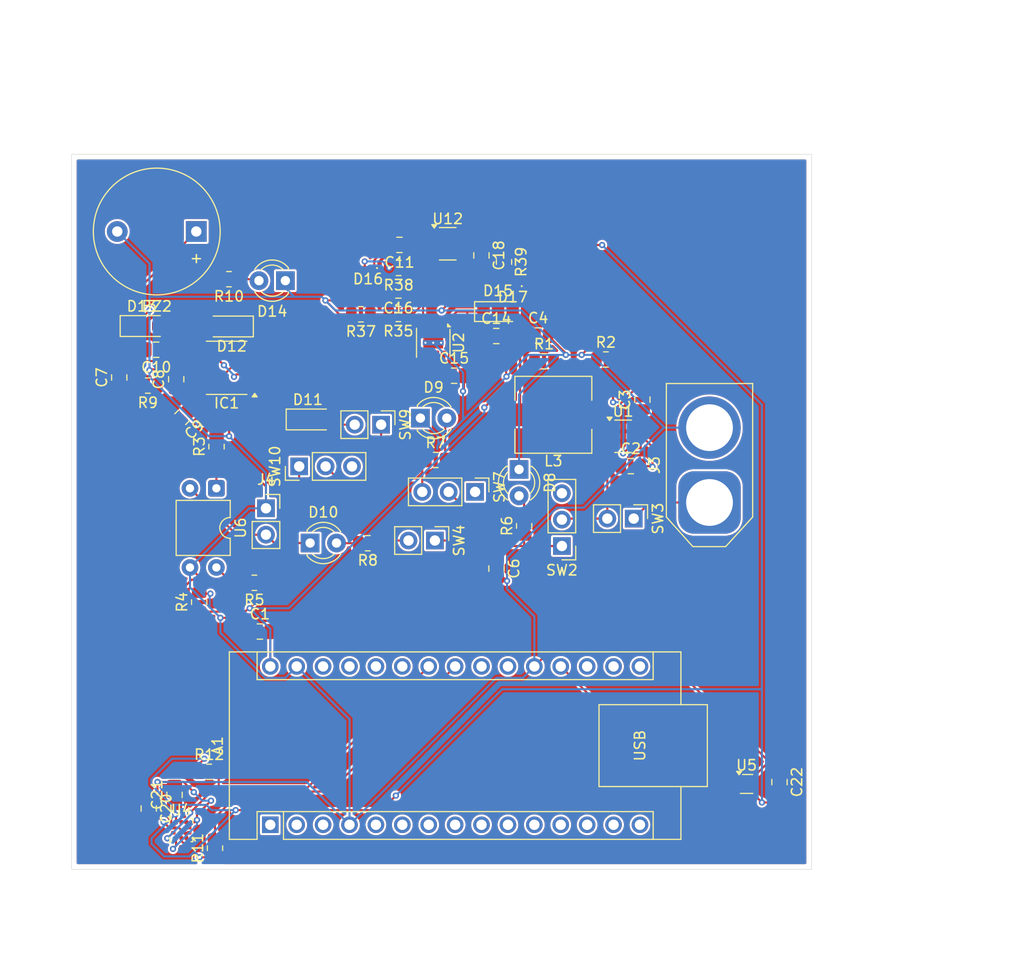
<source format=kicad_pcb>
(kicad_pcb (version 20241229) (generator "pcbnew") (generator_version "9.0")
  (layers (0 "F.Cu" signal) (2 "B.Cu" signal) (13 "F.Paste" user) (15 "B.Paste" user) (5 "F.SilkS" user "F.Silkscreen") (7 "B.SilkS" user "B.Silkscreen") (1 "F.Mask" user) (3 "B.Mask" user) (25 "Edge.Cuts" user))
  (net 0 "")
  (net 1 "BAT-")
  (net 14 "SDA")
  (net 15 "+5V")
  (net 17 "temp_sens")
  (net 28 "SCL")
  (net 29 "Net-(BZ2-+)")
  (net 30 "BAT+")
  (net 31 "Net-(U1-BOOT)")
  (net 32 "Net-(U1-SW)")
  (net 33 "Net-(SW2-A)")
  (net 34 "Net-(IC1-THR)")
  (net 35 "Net-(D11-K)")
  (net 36 "Net-(IC1-CV)")
  (net 37 "Net-(U12-EN)")
  (net 38 "Net-(D15-K)")
  (net 39 "Net-(U2-SS{slash}TR)")
  (net 40 "+3.3V")
  (net 41 "Net-(D8-A)")
  (net 42 "Net-(D9-A)")
  (net 43 "Net-(D10-K)")
  (net 44 "Net-(D10-A)")
  (net 45 "Net-(D11-A)")
  (net 46 "Net-(D12-A)")
  (net 47 "Net-(D14-A)")
  (net 48 "Net-(D16-A)")
  (net 49 "Net-(D17-A)")
  (net 51 "Net-(J3-Pin_1)")
  (net 52 "Net-(U1-FB)")
  (net 53 "Net-(R3-Pad1)")
  (net 54 "Net-(R5-Pad2)")
  (net 55 "Net-(SW10A-B)")
  (net 56 "Net-(SW4A-B)")
  (net 57 "Net-(U2-FB)")
  (footprint "Package_LGA:ST_HLGA-10_2x2mm_P0.5mm_LayoutBorder3x2y" (layer "F.Cu") (at 107.9375 134.4175)
    (property "Reference" "U4")
    (property "Value" "BMP390L")
  )
  (footprint "Diode_SMD:Nexperia_CFP3_SOD-123W" (layer "F.Cu") (at 138.41 84.51)
    (property "Reference" "D15")
    (property "Value" "PMEG6020ER")
  )
  (footprint "Capacitor_SMD:C_0805_2012Metric" (layer "F.Cu") (at 107.2875 131.02 90)
    (property "Reference" "C21")
    (property "Value" "0.1uF")
  )
  (footprint "LED_THT:LED_D3.0mm" (layer "F.Cu") (at 120.33 106.78)
    (property "Reference" "D10")
    (property "Value" "LED")
  )
  (footprint "LED_THT:LED_D3.0mm" (layer "F.Cu") (at 140.43 99.7 -90)
    (property "Reference" "D8")
    (property "Value" "LED")
  )
  (footprint "Resistor_SMD:R_0805_2012Metric" (layer "F.Cu") (at 112.5225 81.39 180)
    (property "Reference" "R10")
    (property "Value" "1k")
  )
  (footprint "Resistor_SMD:R_0805_2012Metric" (layer "F.Cu") (at 140.92 105.1325 90)
    (property "Reference" "R6")
    (property "Value" "2k2")
  )
  (footprint "Capacitor_SMD:C_0805_2012Metric" (layer "F.Cu") (at 107.45 91.02 90)
    (property "Reference" "C8")
    (property "Value" "100n")
  )
  (footprint "Capacitor_SMD:C_0805_2012Metric" (layer "F.Cu") (at 165.48 129.79 -90)
    (property "Reference" "C22")
    (property "Value" "0.1uF")
  )
  (footprint "Connector_PinHeader_2.54mm:PinHeader_1x03_P2.54mm_Vertical" (layer "F.Cu") (at 144.55 107.07 180)
    (property "Reference" "SW2")
    (property "Value" "SW_SPDT")
  )
  (footprint "LED_SMD:LED_0201_0603Metric" (layer "F.Cu") (at 139.83 82.06 180)
    (property "Reference" "D17")
    (property "Value" "LED")
  )
  (footprint "Resistor_SMD:R_0805_2012Metric" (layer "F.Cu") (at 128.8175 84.74 180)
    (property "Reference" "R35")
    (property "Value" "350k")
  )
  (footprint "Capacitor_SMD:C_0805_2012Metric" (layer "F.Cu") (at 138.26 109.24 -90)
    (property "Reference" "C6")
    (property "Value" "1000uF")
  )
  (footprint "Diode_SMD:D_SOD-123F" (layer "F.Cu") (at 104.27 85.9)
    (property "Reference" "D13")
    (property "Value" "1N4007")
  )
  (footprint "Capacitor_SMD:C_0805_2012Metric" (layer "F.Cu") (at 105.53 88.18 180)
    (property "Reference" "C10")
    (property "Value" "100n")
  )
  (footprint "Diode_SMD:D_SOD-123F" (layer "F.Cu") (at 120.24 94.89)
    (property "Reference" "D11")
    (property "Value" "1N4007")
  )
  (footprint "Resistor_SMD:R_0805_2012Metric" (layer "F.Cu") (at 114.97 110.61 180)
    (property "Reference" "R5")
    (property "Value" "R")
  )
  (footprint "LED_THT:LED_D3.0mm" (layer "F.Cu") (at 130.94 94.76)
    (property "Reference" "D9")
    (property "Value" "LED")
  )
  (footprint "Capacitor_SMD:C_0805_2012Metric" (layer "F.Cu") (at 128.8275 82.48 180)
    (property "Reference" "C16")
    (property "Value" "22uF")
  )
  (footprint "Connector_PinSocket_2.54mm:PinSocket_1x02_P2.54mm_Vertical" (layer "F.Cu") (at 116.085 103.44)
    (property "Reference" "J4")
    (property "Value" "Conn_01x02_Pin")
  )
  (footprint "Resistor_SMD:R_0805_2012Metric" (layer "F.Cu") (at 111.33 97.5 90)
    (property "Reference" "R3")
    (property "Value" "1k")
  )
  (footprint "Resistor_SMD:R_0805_2012Metric" (layer "F.Cu") (at 109.66 112.47 90)
    (property "Reference" "R4")
    (property "Value" "R")
  )
  (footprint "Capacitor_SMD:C_0805_2012Metric" (layer "F.Cu") (at 115.5 115.3)
    (property "Reference" "C1")
    (property "Value" "0.1uF")
  )
  (footprint "Resistor_SMD:R_0805_2012Metric" (layer "F.Cu") (at 148.78 89.12)
    (property "Reference" "R2")
    (property "Value" "10k")
  )
  (footprint "Capacitor_SMD:C_0805_2012Metric" (layer "F.Cu") (at 108.02 94.68 -135)
    (property "Reference" "C9")
    (property "Value" "100uF")
  )
  (footprint "Capacitor_SMD:C_0805_2012Metric" (layer "F.Cu") (at 151.18 99.38)
    (property "Reference" "C2")
    (property "Value" "10uF")
  )
  (footprint "Resistor_SMD:R_0805_2012Metric" (layer "F.Cu") (at 132.4125 98.79)
    (property "Reference" "R7")
    (property "Value" "2k2")
  )
  (footprint "Capacitor_SMD:C_0805_2012Metric" (layer "F.Cu") (at 101.97 90.85 90)
    (property "Reference" "C7")
    (property "Value" "100uF")
  )
  (footprint "Inductor_SMD:L_7.3x7.3_H4.5" (layer "F.Cu") (at 143.73 94.44 180)
    (property "Reference" "L3")
    (property "Value" "SLF7055T-6R8N2R8-3PF")
  )
  (footprint "Connector_PinHeader_2.54mm:PinHeader_1x03_P2.54mm_Vertical" (layer "F.Cu") (at 136.2 101.86 -90)
    (property "Reference" "SW7")
    (property "Value" "SW_DPDT_x2")
  )
  (footprint "Package_DIP:DIP-4_W7.62mm" (layer "F.Cu") (at 111.315 101.515 -90)
    (property "Reference" "U6")
    (property "Value" "PC817")
  )
  (footprint "Diode_SMD:D_SOD-123F" (layer "F.Cu") (at 112.66 85.94 180)
    (property "Reference" "D12")
    (property "Value" "1N4007")
  )
  (footprint "Resistor_SMD:R_0805_2012Metric" (layer "F.Cu") (at 125.8775 106.8 180)
    (property "Reference" "R8")
    (property "Value" "470")
  )
  (footprint "Package_TO_SOT_SMD:SOT-23-5" (layer "F.Cu") (at 133.5675 77.98)
    (property "Reference" "U12")
    (property "Value" "AP2112K-3.3")
  )
  (footprint "Resistor_SMD:R_0805_2012Metric" (layer "F.Cu") (at 125.215 84.77 180)
    (property "Reference" "R37")
    (property "Value" "100k")
  )
  (footprint "Resistor_SMD:R_0805_2012Metric" (layer "F.Cu") (at 111.18 136.1525 90)
    (property "Reference" "R11")
    (property "Value" "4k7")
  )
  (footprint "Connector_PinHeader_2.54mm:PinHeader_1x02_P2.54mm_Vertical" (layer "F.Cu") (at 151.46 104.43 -90)
    (property "Reference" "SW3")
    (property "Value" "SW_DPST_x2")
  )
  (footprint "Package_LGA:Texas_SIL0008D_MicroSiP-8-1EP_2.8x3mm_P0.65mm_EP1.1x1.9mm_ThermalVias" (layer "F.Cu") (at 132.175 87.5075 -90)
    (property "Reference" "U2")
    (property "Value" "TPS82130")
  )
  (footprint "Resistor_SMD:R_0805_2012Metric" (layer "F.Cu") (at 138.98 79.7325 -90)
    (property "Reference" "R39")
    (property "Value" "330")
  )
  (footprint "Capacitor_SMD:C_0805_2012Metric" (layer "F.Cu") (at 136.81 79.1 -90)
    (property "Reference" "C18")
    (property "Value" "1u")
  )
  (footprint "Capacitor_SMD:C_0805_2012Metric" (layer "F.Cu") (at 138.24 86.86)
    (property "Reference" "C14")
    (property "Value" "10uF")
  )
  (footprint "Package_SO:SOIC-8_3.9x4.9mm_P1.27mm" (layer "F.Cu") (at 112.3 89.92 180)
    (property "Reference" "IC1")
    (property "Value" "LM555N")
  )
  (footprint "Capacitor_SMD:C_0805_2012Metric" (layer "F.Cu") (at 128.9275 78.09 180)
    (property "Reference" "C11")
    (property "Value" "1uF")
  )
  (footprint "Resistor_SMD:R_0805_2012Metric" (layer "F.Cu") (at 128.8475 80.31 180)
    (property "Reference" "R38")
    (property "Value" "100")
  )
  (footprint "Resistor_SMD:R_0805_2012Metric" (layer "F.Cu") (at 110.6275 128.8)
    (property "Reference" "R12")
    (property "Value" "4k7")
  )
  (footprint "Module:Arduino_Nano" (layer "F.Cu") (at 116.5 133.9 90)
    (property "Reference" "A1")
    (property "Value" "Arduino_Nano_Every")
  )
  (footprint "Package_TO_SOT_SMD:HVSOF5" (layer "F.Cu") (at 162.315 129.97)
    (property "Reference" "U5")
    (property "Value" "BD1020HFV-TR")
  )
  (footprint "Capacitor_SMD:C_0805_2012Metric" (layer "F.Cu") (at 104.8075 132.33 -90)
    (property "Reference" "C20")
    (property "Value" "0.1uF")
  )
  (footprint "Capacitor_SMD:C_0805_2012Metric" (layer "F.Cu") (at 142.27 86.81)
    (property "Reference" "C4")
    (property "Value" "1nF")
  )
  (footprint "LED_THT:LED_D3.0mm" (layer "F.Cu") (at 117.95 81.53 180)
    (property "Reference" "D14")
    (property "Value" "LED")
  )
  (footprint "Package_TO_SOT_SMD:SOT-23-6" (layer "F.Cu") (at 150.4375 96.51)
    (property "Reference" "U1")
    (property "Value" "TPS54308")
  )
  (footprint "Connector_AMASS:AMASS_XT60-F_1x02_P7.20mm_Vertical" (layer "F.Cu") (at 158.75 102.88 90)
    (property "Reference" "J3")
    (property "Value" "Conn_01x02_Pin")
  )
  (footprint "Resistor_SMD:R_0805_2012Metric" (layer "F.Cu") (at 104.7225 91.63 180)
    (property "Reference" "R9")
    (property "Value" "10k")
  )
  (footprint "Connector_PinHeader_2.54mm:PinHeader_1x03_P2.54mm_Vertical" (layer "F.Cu") (at 119.28 99.41 90)
    (property "Reference" "SW10")
    (property "Value" "SW_DPDT_x2")
  )
  (footprint "Capacitor_SMD:C_0805_2012Metric" (layer "F.Cu") (at 152.29 92.98 90)
    (property "Reference" "C3")
    (property "Value" "0.1uF")
  )
  (footprint "LED_SMD:LED_0201_0603Metric" (layer "F.Cu") (at 125.9075 80.32 180)
    (property "Reference" "D16")
    (property "Value" "LED")
  )
  (footprint "Connector_PinHeader_2.54mm:PinHeader_1x02_P2.54mm_Vertical" (layer "F.Cu") (at 127.16 95.39 -90)
    (property "Reference" "SW9")
    (property "Value" "SW_Push")
  )
  (footprint "Connector_PinHeader_2.54mm:PinHeader_1x02_P2.54mm_Vertical" (layer "F.Cu") (at 132.335 106.54 -90)
    (property "Reference" "SW4")
    (property "Value" "SW_DPST_x2")
  )
  (footprint "Resistor_SMD:R_0805_2012Metric" (layer "F.Cu") (at 142.8325 89.29)
    (property "Reference" "R1")
    (property "Value" "52.3k")
  )
  (footprint "Buzzer_Beeper:Buzzer_12x9.5RM7.6" (layer "F.Cu") (at 109.38 76.8 180)
    (property "Reference" "BZ2")
    (property "Value" "Buzzer")
  )
  (footprint "Capacitor_SMD:C_0805_2012Metric" (layer "F.Cu") (at 134.18 90.68)
    (property "Reference" "C15")
    (property "Value" "3.3 nF")
  )
  (gr_rect (start 97.38 69.37) (end 168.56 138.19) (stroke (width 0.05)) (fill no) (layer "Edge.Cuts"))
  (segment (start 126.23 83.435) (end 121.805 83.435) (width 0.2) (layer "F.Cu") (net 1))
  (segment (start 123.14 84.77) (end 121.805 83.435) (width 0.2) (layer "F.Cu") (net 1))
  (segment (start 112.54 96.5) (end 112.54 94.06) (width 0.2) (layer "F.Cu") (net 1))
  (segment (start 152.13 99.38) (end 153.2 99.38) (width 0.2) (layer "F.Cu") (net 1))
  (segment (start 112.54 95.66) (end 111.85 94.97) (width 0.2) (layer "F.Cu") (net 1))
  (segment (start 152.237499 96.51) (end 153.27 97.542501) (width 0.2) (layer "F.Cu") (net 1))
  (segment (start 112.54 94.06) (end 114.775 91.825) (width 0.2) (layer "F.Cu") (net 1))
  (segment (start 136.81 80.05) (end 136.81 80.55) (width 0.2) (layer "F.Cu") (net 1))
  (segment (start 109.45 132.92853) (end 110.799265 131.579265) (width 0.2) (layer "F.Cu") (net 1))
  (segment (start 124.3025 84.77) (end 123.14 84.77) (width 0.2) (layer "F.Cu") (net 1))
  (segment (start 136.81 80.55) (end 137.945 81.685) (width 0.2) (layer "F.Cu") (net 1))
  (segment (start 109.14 130.76) (end 108.16 129.78) (width 0.2) (layer "F.Cu") (net 1))
  (segment (start 131.85 86.445) (end 131.85 87.1825) (width 0.2) (layer "F.Cu") (net 1))
  (segment (start 113.2325 113.9825) (end 114.55 115.3) (width 0.2) (layer "F.Cu") (net 1))
  (segment (start 132.43 77.98) (end 133.092499 77.98) (width 0.2) (layer "F.Cu") (net 1))
  (segment (start 103.721 85.549) (end 104.88 84.39) (width 0.2) (layer "F.Cu") (net 1))
  (segment (start 112.54 96.5) (end 112.54 95.66) (width 0.2) (layer "F.Cu") (net 1))
  (segment (start 135.13 90.68) (end 135.13 92.080029) (width 0.2) (layer "F.Cu") (net 1))
  (segment (start 108.93 110.31) (end 107.65 111.59) (width 0.2) (layer "F.Cu") (net 1))
  (segment (start 126.2275 80.32) (end 126.2275 83.4325) (width 0.2) (layer "F.Cu") (net 1))
  (segment (start 109.66 111.5575) (end 109.66 110.31) (width 0.2) (layer "F.Cu") (net 1))
  (segment (start 141.9 118.66) (end 143.001 117.559) (width 0.2) (layer "F.Cu") (net 1))
  (segment (start 137.945 81.685) (end 138.821 82.561) (width 0.2) (layer "F.Cu") (net 1))
  (segment (start 126.2275 83.4325) (end 126.23 83.435) (width 0.2) (layer "F.Cu") (net 1))
  (segment (start 135.695 81.685) (end 134.505 82.875) (width 0.2) (layer "F.Cu") (net 1))
  (segment (start 137.945 81.685) (end 135.695 81.685) (width 0.2) (layer "F.Cu") (net 1))
  (segment (start 111.85 94.97) (end 111.468249 95.351751) (width 0.2) (layer "F.Cu") (net 1))
  (segment (start 143.22 86.81) (end 144.925 88.515) (width 0.2) (layer "F.Cu") (net 1))
  (segment (start 143.001 117.559) (end 154.199 117.559) (width 0.2) (layer "F.Cu") (net 1))
  (segment (start 133.7415 82.1115) (end 134.505 82.875) (width 0.2) (layer "F.Cu") (net 1))
  (segment (start 107.2875 130.07) (end 105.94 130.07) (width 0.2) (layer "F.Cu") (net 1))
  (segment (start 109.45 133.43) (end 109.45 132.92853) (width 0.2) (layer "F.Cu") (net 1))
  (segment (start 144.925 88.515) (end 144.925 88.675) (width 0.2) (layer "F.Cu") (net 1))
  (segment (start 148.6915 88.119) (end 147.006 88.119) (width 0.2) (layer "F.Cu") (net 1))
  (segment (start 138.821 82.561) (end 139.80887 82.561) (width 0.2) (layer "F.Cu") (net 1))
  (segment (start 147.006 88.119) (end 146.45 88.675) (width 0.2) (layer "F.Cu") (net 1))
  (segment (start 116.085 101.3425) (end 111.33 96.5875) (width 0.2) (layer "F.Cu") (net 1))
  (segment (start 135.13 92.080029) (end 135.040029 92.17) (width 0.2) (layer "F.Cu") (net 1))
  (segment (start 111.7 113.9825) (end 113.2325 113.9825) (width 0.2) (layer "F.Cu") (net 1))
  (segment (start 133.092499 77.98) (end 133.7415 78.629001) (width 0.2) (layer "F.Cu") (net 1))
  (segment (start 140.15 82.21987) (end 140.15 82.06) (width 0.2) (layer "F.Cu") (net 1))
  (segment (start 139.80887 82.561) (end 140.15 82.21987) (width 0.2) (layer "F.Cu") (net 1))
  (segment (start 111.468249 95.351751) (end 107.348249 95.351751) (width 0.2) (layer "F.Cu") (net 1))
  (segment (start 126.9225 83.435) (end 126.5 83.435) (width 0.2) (layer "F.Cu") (net 1))
  (segment (start 103.4 89.36) (end 102.86 89.9) (width 0.2) (layer "F.Cu") (net 1))
  (segment (start 108.16 129.78) (end 105.65 129.78) (width 0.2) (layer "F.Cu") (net 1))
  (segment (start 103.721 89.039) (end 103.721 85.549) (width 0.2) (layer "F.Cu") (net 1))
  (segment (start 109.66 110.31) (end 109.66 110.02) (width 0.2) (layer "F.Cu") (net 1))
  (segment (start 153.27 97.542501) (end 153.27 99.45) (width 0.2) (layer "F.Cu") (net 1))
  (segment (start 108.4375 133.655) (end 109.225 133.655) (width 0.2) (layer "F.Cu") (net 1))
  (segment (start 105.65 129.78) (end 105.65 130.5375) (width 0.2) (layer "F.Cu") (net 1))
  (segment (start 102.86 89.9) (end 101.97 89.9) (width 0.2) (layer "F.Cu") (net 1))
  (segment (start 138.26 110.19) (end 139.03 110.19) (width 0.2) (layer "F.Cu") (net 1))
  (segment (start 104.58 88.18) (end 103.4 89.36) (width 0.2) (layer "F.Cu") (net 1))
  (segment (start 104.96 90.07) (end 104.88 90.15) (width 0.2) (layer "F.Cu") (net 1))
  (segment (start 107.4375 135.18) (end 107.4375 135.9225) (width 0.2) (layer "F.Cu") (net 1))
  (segment (start 107.4375 135.9225) (end 107.14 136.22) (width 0.2) (layer "F.Cu") (net 1))
  (segment (start 109.66 110.02) (end 108.775 109.135) (width 0.2) (layer "F.Cu") (net 1))
  (segment (start 149.6925 89.12) (end 148.6915 88.119) (width 0.2) (layer "F.Cu") (net 1))
  (segment (start 105.94 130.07) (end 105.65 129.78) (width 0.2) (layer "F.Cu") (net 1))
  (segment (start 111.4175 96.5) (end 111.33 96.5875) (width 0.2) (layer "F.Cu") (net 1))
  (segment (start 109.7525 111.65) (end 109.66 111.5575) (width 0.2) (layer "F.Cu") (net 1))
  (segment (start 116.085 103.44) (end 116.085 101.3425) (width 0.2) (layer "F.Cu") (net 1))
  (segment (start 105.65 130.5375) (end 104.8075 131.38) (width 0.2) (layer "F.Cu") (net 1))
  (segment (start 103.4 89.36) (end 103.721 89.039) (width 0.2) (layer "F.Cu") (net 1))
  (segment (start 139.19 90.73) (end 139.220029 90.760029) (width 0.2) (layer "F.Cu") (net 1))
  (segment (start 151.575 96.51) (end 152.237499 96.51) (width 0.2) (layer "F.Cu") (net 1))
  (segment (start 127.9775 78.09) (end 126.5 79.5675) (width 0.2) (layer "F.Cu") (net 1))
  (segment (start 112.54 96.5) (end 111.4175 96.5) (width 0.2) (layer "F.Cu") (net 1))
  (segment (start 153.2 99.38) (end 153.27 99.45) (width 0.2) (layer "F.Cu") (net 1))
  (segment (start 154.199 117.559) (end 164.58 127.94) (width 0.2) (layer "F.Cu") (net 1))
  (segment (start 107.45 90.07) (end 104.96 90.07) (width 0.2) (layer "F.Cu") (net 1))
  (segment (start 134.505 82.875) (end 132.98 84.4) (width 0.2) (layer "F.Cu") (net 1))
  (segment (start 127.8775 82.48) (end 126.9225 83.435) (width 0.2) (layer "F.Cu") (net 1))
  (segment (start 126.5 79.5675) (end 126.5 83.435) (width 0.2) (layer "F.Cu") (net 1))
  (segment (start 133.7415 78.629001) (end 133.7415 82.1115) (width 0.2) (layer "F.Cu") (net 1))
  (segment (start 139.03 110.19) (end 139.27 110.43) (width 0.2) (layer "F.Cu") (net 1))
  (segment (start 109.66 110.31) (end 108.93 110.31) (width 0.2) (layer "F.Cu") (net 1))
  (segment (start 164.58 127.94) (end 165.48 128.84) (width 0.2) (layer "F.Cu") (net 1))
  (segment (start 126.5 83.435) (end 126.23 83.435) (width 0.2) (layer "F.Cu") (net 1))
  (segment (start 110.74 111.65) (end 109.7525 111.65) (width 0.2) (layer "F.Cu") (net 1))
  (segment (start 109.225 133.655) (end 109.45 133.43) (width 0.2) (layer "F.Cu") (net 1))
  (segment (start 164.58 127.94) (end 164.345 127.94) (width 0.2) (layer "F.Cu") (net 1))
  (segment (start 107.9375 133.655) (end 108.4375 133.655) (width 0.2) (layer "F.Cu") (net 1))
  (segment (start 131.85 87.1825) (end 132.175 87.5075) (width 0.2) (layer "F.Cu") (net 1))
  (segment (start 164.345 127.94) (end 162.315 129.97) (width 0.2) (layer "F.Cu") (net 1))
  (segment (start 139.19 86.86) (end 139.19 90.73) (width 0.2) (layer "F.Cu") (net 1))
  (via (at 104.88 90.15) (size 0.6) (drill 0.3) (layers "F.Cu" "B.Cu") (net 1))
  (via (at 111.7 113.9825) (size 0.6) (drill 0.3) (layers "F.Cu" "B.Cu") (net 1))
  (via (at 110.74 111.65) (size 0.6) (drill 0.3) (layers "F.Cu" "B.Cu") (net 1))
  (via (at 109.14 130.76) (size 0.6) (drill 0.3) (layers "F.Cu" "B.Cu") (net 1))
  (via (at 139.220029 90.760029) (size 0.6) (drill 0.3) (layers "F.Cu" "B.Cu") (net 1))
  (via (at 139.27 110.43) (size 0.6) (drill 0.3) (layers "F.Cu" "B.Cu") (net 1))
  (via (at 146.45 88.675) (size 0.6) (drill 0.3) (layers "F.Cu" "B.Cu") (net 1))
  (via (at 110.799265 131.579265) (size 0.6) (drill 0.3) (layers "F.Cu" "B.Cu") (net 1))
  (via (at 135.040029 92.17) (size 0.6) (drill 0.3) (layers "F.Cu" "B.Cu") (net 1))
  (via (at 144.925 88.675) (size 0.6) (drill 0.3) (layers "F.Cu" "B.Cu") (net 1))
  (via (at 153.27 99.45) (size 0.6) (drill 0.3) (layers "F.Cu" "B.Cu") (net 1))
  (via (at 107.14 136.22) (size 0.6) (drill 0.3) (layers "F.Cu" "B.Cu") (net 1))
  (via (at 105.65 129.78) (size 0.6) (drill 0.3) (layers "F.Cu" "B.Cu") (net 1))
  (via (at 132.98 84.4) (size 0.6) (drill 0.3) (layers "F.Cu" "B.Cu") (net 1))
  (via (at 121.805 83.435) (size 0.6) (drill 0.3) (layers "F.Cu" "B.Cu") (net 1))
  (via (at 112.54 96.5) (size 0.6) (drill 0.3) (layers "F.Cu" "B.Cu") (net 1))
  (via (at 109.45 133.43) (size 0.6) (drill 0.3) (layers "F.Cu" "B.Cu") (net 1))
  (via (at 104.88 84.39) (size 0.6) (drill 0.3) (layers "F.Cu" "B.Cu") (net 1))
  (segment (start 104.88 83.08) (end 104.88 79.9) (width 0.2) (layer "B.Cu") (net 1))
  (segment (start 104.88 90.15) (end 104.88 84.39) (width 0.2) (layer "B.Cu") (net 1))
  (segment (start 116.085 103.44) (end 116.085 100.045) (width 0.2) (layer "B.Cu") (net 1))
  (segment (start 116.04395 119.761) (end 111.7 115.41705) (width 0.2) (layer "B.Cu") (net 1))
  (segment (start 144.2 88.675) (end 144.925 88.675) (width 0.2) (layer "B.Cu") (net 1))
  (segment (start 132.660029 96.480029) (end 130.94 94.76) (width 0.2) (layer "B.Cu") (net 1))
  (segment (start 119.04 118.66) (end 117.939 119.761) (width 0.2) (layer "B.Cu") (net 1))
  (segment (start 144.07324 103.379) (end 139.27 108.18224) (width 0.2) (layer "B.Cu") (net 1))
  (segment (start 152.48 97.55) (end 146.651 103.379) (width 0.2) (layer "B.Cu") (net 1))
  (segment (start 147.425 88.675) (end 154.39 95.64) (width 0.2) (layer "B.Cu") (net 1))
  (segment (start 132.56 97.420057) (end 132.660029 97.320029) (width 0.2) (layer "B.Cu") (net 1))
  (segment (start 114.47 103.44) (end 116.085 103.44) (width 0.2) (layer "B.Cu") (net 1))
  (segment (start 111.7 115.41705) (end 111.7 113.9825) (width 0.2) (layer "B.Cu") (net 1))
  (segment (start 120 129.78) (end 105.65 129.78) (width 0.2) (layer "B.Cu") (net 1))
  (segment (start 146.45 88.675) (end 147.425 88.675) (width 0.2) (layer "B.Cu") (net 1))
  (segment (start 121.45 83.08) (end 118.8 83.08) (width 0.2) (layer "B.Cu") (net 1))
  (segment (start 117.939 119.761) (end 116.04395 119.761) (width 0.2) (layer "B.Cu") (net 1))
  (segment (start 139.220029 90.760029) (end 141.305057 88.675) (width 0.2) (layer "B.Cu") (net 1))
  (segment (start 124.12 133.9) (end 120 129.78) (width 0.2) (layer "B.Cu") (net 1))
  (segment (start 138.259 119.761) (end 140.799 119.761) (width 0.2) (layer "B.Cu") (net 1))
  (segment (start 122.77 84.4) (end 121.805 83.435) (width 0.2) (layer "B.Cu") (net 1))
  (segment (start 141.305057 88.675) (end 144.2 88.675) (width 0.2) (layer "B.Cu") (net 1))
  (segment (start 109.45 133.91) (end 109.45 133.43) (width 0.2) (layer "B.Cu") (net 1))
  (segment (start 116.085 100.045) (end 112.54 96.5) (width 0.2) (layer "B.Cu") (net 1))
  (segment (start 135.040029 94.940029) (end 139.220029 90.760029) (width 0.2) (layer "B.Cu") (net 1))
  (segment (start 110.58 96.5) (end 104.88 90.8) (width 0.2) (layer "B.Cu") (net 1))
  (segment (start 139.27 111.2) (end 141.9 113.83) (width 0.2) (layer "B.Cu") (net 1))
  (segment (start 152.48 98.66) (end 153.27 99.45) (width 0.2) (layer "B.Cu") (net 1))
  (segment (start 124.12 123.74) (end 119.04 118.66) (width 0.2) (layer "B.Cu") (net 1))
  (segment (start 139.27 108.18224) (end 139.27 110.43) (width 0.2) (layer "B.Cu") (net 1))
  (segment (start 108.775 111.0575) (end 108.775 109.135) (width 0.2) (layer "B.Cu") (net 1))
  (segment (start 104.88 90.8) (end 104.88 90.15) (width 0.2) (layer "B.Cu") (net 1))
  (segment (start 132.98 84.4) (end 122.77 84.4) (width 0.2) (layer "B.Cu") (net 1))
  (segment (start 135.040029 94.940029) (end 135.040029 90.372529) (width 0.2) (layer "B.Cu") (net 1))
  (segment (start 110.66875 111.72125) (end 110.74 111.65) (width 0.2) (layer "B.Cu") (net 1))
  (segment (start 154.39 95.64) (end 152.48 97.55) (width 0.2) (layer "B.Cu") (net 1))
  (segment (start 117.95 81.53) (end 117.95 82.23) (width 0.2) (layer "B.Cu") (net 1))
  (segment (start 144.2 88.7) (end 140.43 92.47) (width 0.2) (layer "B.Cu") (net 1))
  (segment (start 144.925 88.675) (end 140.65 84.4) (width 0.2) (layer "B.Cu") (net 1))
  (segment (start 108.775 109.135) (end 114.47 103.44) (width 0.2) (layer "B.Cu") (net 1))
  (segment (start 140.799 119.761) (end 141.9 118.66) (width 0.2) (layer "B.Cu") (net 1))
  (segment (start 139.27 110.43) (end 139.27 111.2) (width 0.2) (layer "B.Cu") (net 1))
  (segment (start 112.54 96.5) (end 110.58 96.5) (width 0.2) (layer "B.Cu") (net 1))
  (segment (start 140.65 84.4) (end 132.98 84.4) (width 0.2) (layer "B.Cu") (net 1))
  (segment (start 121.805 83.435) (end 121.45 83.08) (width 0.2) (layer "B.Cu") (net 1))
  (segment (start 135.040029 90.372529) (end 132.175 87.5075) (width 0.2) (layer "B.Cu") (net 1))
  (segment (start 104.88 79.9) (end 101.78 76.8) (width 0.2) (layer "B.Cu") (net 1))
  (segment (start 110.66875 112.95125) (end 110.66875 111.72125) (width 0.2) (layer "B.Cu") (net 1))
  (segment (start 132.660029 97.320029) (end 135.040029 94.940029) (width 0.2) (layer "B.Cu") (net 1))
  (segment (start 124.12 133.9) (end 138.259 119.761) (width 0.2) (layer "B.Cu") (net 1))
  (segment (start 110.799265 131.579265) (end 109.959265 131.579265) (width 0.2) (layer "B.Cu") (net 1))
  (segment (start 117.95 82.23) (end 118.8 83.08) (width 0.2) (layer "B.Cu") (net 1))
  (segment (start 141.9 113.83) (end 141.9 118.66) (width 0.2) (layer "B.Cu") (net 1))
  (segment (start 118.8 83.08) (end 104.88 83.08) (width 0.2) (layer "B.Cu") (net 1))
  (segment (start 111.7 113.9825) (end 110.66875 112.95125) (width 0.2) (layer "B.Cu") (net 1))
  (segment (start 154.43 95.68) (end 154.39 95.64) (width 0.2) (layer "B.Cu") (net 1))
  (segment (start 132.56 97.74) (end 132.56 97.420057) (width 0.2) (layer "B.Cu") (net 1))
  (segment (start 110.66875 112.95125) (end 108.775 111.0575) (width 0.2) (layer "B.Cu") (net 1))
  (segment (start 144.925 88.675) (end 146.45 88.675) (width 0.2) (layer "B.Cu") (net 1))
  (segment (start 152.48 97.55) (end 152.48 98.66) (width 0.2) (layer "B.Cu") (net 1))
  (segment (start 158.75 95.68) (end 154.43 95.68) (width 0.2) (layer "B.Cu") (net 1))
  (segment (start 146.651 103.379) (end 144.07324 103.379) (width 0.2) (layer "B.Cu") (net 1))
  (segment (start 109.959265 131.579265) (end 109.14 130.76) (width 0.2) (layer "B.Cu") (net 1))
  (segment (start 107.14 136.22) (end 109.45 133.91) (width 0.2) (layer "B.Cu") (net 1))
  (segment (start 140.43 92.47) (end 140.43 99.7) (width 0.2) (layer "B.Cu") (net 1))
  (segment (start 124.12 133.9) (end 124.12 123.74) (width 0.2) (layer "B.Cu") (net 1))
  (segment (start 144.2 88.675) (end 144.2 88.7) (width 0.2) (layer "B.Cu") (net 1))
  (segment (start 132.660029 97.320029) (end 132.660029 96.480029) (width 0.2) (layer "B.Cu") (net 1))
  (segment (start 104.88 84.39) (end 104.88 83.08) (width 0.2) (layer "B.Cu") (net 1))
  (segment (start 111.18 135.24) (end 111.18 133.201848) (width 0.2) (layer "F.Cu") (net 14))
  (segment (start 111.18 133.201848) (end 111.300924 133.080924) (width 0.2) (layer "F.Cu") (net 14))
  (segment (start 113.680848 130.701) (end 122.239 130.701) (width 0.2) (layer "F.Cu") (net 14))
  (segment (start 108.186652 135.6935) (end 108.688348 135.6935) (width 0.2) (layer "F.Cu") (net 14))
  (segment (start 108.688348 135.6935) (end 111.300924 133.080924) (width 0.2) (layer "F.Cu") (net 14))
  (segment (start 107.9375 135.18) (end 107.9375 135.444348) (width 0.2) (layer "F.Cu") (net 14))
  (segment (start 122.239 130.701) (end 134.28 118.66) (width 0.2) (layer "F.Cu") (net 14))
  (segment (start 111.300924 133.080924) (end 113.680848 130.701) (width 0.2) (layer "F.Cu") (net 14))
  (segment (start 107.9375 135.444348) (end 108.186652 135.6935) (width 0.2) (layer "F.Cu") (net 14))
  (segment (start 140.53 90.3) (end 137.09 93.74) (width 0.2) (layer "F.Cu") (net 15))
  (segment (start 114.52 113.06) (end 114.41 113.06) (width 0.2) (layer "F.Cu") (net 15))
  (segment (start 141.32 86.81) (end 140.6 86.81) (width 0.2) (layer "F.Cu") (net 15))
  (segment (start 140.53 90.68) (end 140.53 86.88) (width 0.2) (layer "F.Cu") (net 15))
  (segment (start 114.41 113.06) (end 114.0875 113.3825) (width 0.2) (layer "F.Cu") (net 15))
  (segment (start 140.53 86.88) (end 140.53 85.88) (width 0.2) (layer "F.Cu") (net 15))
  (segment (start 140.53 90.68) (end 141.92 89.29) (width 0.2) (layer "F.Cu") (net 15))
  (segment (start 115.8825 111.6975) (end 115.8825 110.61) (width 0.2) (layer "F.Cu") (net 15))
  (segment (start 140.53 85.88) (end 140.53 90.3) (width 0.2) (layer "F.Cu") (net 15))
  (segment (start 140.6 86.81) (end 140.53 86.88) (width 0.2) (layer "F.Cu") (net 15))
  (segment (start 140.53 85.23) (end 139.81 84.51) (width 0.2) (layer "F.Cu") (net 15))
  (segment (start 114.52 113.06) (end 115.8825 111.6975) (width 0.2) (layer "F.Cu") (net 15))
  (segment (start 114.0875 113.3825) (end 109.66 113.3825) (width 0.2) (layer "F.Cu") (net 15))
  (segment (start 116.5 118.66) (end 116.5 115.35) (width 0.2) (layer "F.Cu") (net 15))
  (segment (start 140.53 85.88) (end 140.53 85.23) (width 0.2) (layer "F.Cu") (net 15))
  (segment (start 140.53 94.44) (end 140.53 90.68) (width 0.2) (layer "F.Cu") (net 15))
  (segment (start 116.5 115.35) (end 116.45 115.3) (width 0.2) (layer "F.Cu") (net 15))
  (via (at 114.52 113.06) (size 0.6) (drill 0.3) (layers "F.Cu" "B.Cu") (net 15))
  (via (at 137.09 93.74) (size 0.6) (drill 0.3) (layers "F.Cu" "B.Cu") (net 15))
  (segment (start 137.09 93.74) (end 137.09 94.258471) (width 0.2) (layer "B.Cu") (net 15))
  (segment (start 114.52 113.06) (end 116.5 115.04) (width 0.2) (layer "B.Cu") (net 15))
  (segment (start 116.5 115.04) (end 116.5 118.66) (width 0.2) (layer "B.Cu") (net 15))
  (segment (start 118.288471 113.06) (end 114.52 113.06) (width 0.2) (layer "B.Cu") (net 15))
  (segment (start 137.09 94.258471) (end 118.288471 113.06) (width 0.2) (layer "B.Cu") (net 15))
  (segment (start 161.64 130.47) (end 156.25 130.47) (width 0.2) (layer "F.Cu") (net 17))
  (segment (start 156.25 130.47) (end 144.44 118.66) (width 0.2) (layer "F.Cu") (net 17))
  (segment (start 107.175 134.6675) (end 107.1225 134.6675) (width 0.2) (layer "F.Cu") (net 28))
  (segment (start 111.54 128.8) (end 111.54 130.12) (width 0.2) (layer "F.Cu") (net 28))
  (segment (start 120.1 130.3) (end 131.74 118.66) (width 0.2) (layer "F.Cu") (net 28))
  (segment (start 111.72 130.3) (end 120.1 130.3) (width 0.2) (layer "F.Cu") (net 28))
  (segment (start 111.54 130.12) (end 111.72 130.3) (width 0.2) (layer "F.Cu") (net 28))
  (segment (start 111.23 130.3) (end 111.72 130.3) (width 0.2) (layer "F.Cu") (net 28))
  (segment (start 107.1225 134.6675) (end 106.59 135.2) (width 0.2) (layer "F.Cu") (net 28))
  (segment (start 108.79 132.74) (end 111.23 130.3) (width 0.2) (layer "F.Cu") (net 28))
  (via (at 106.59 135.2) (size 0.6) (drill 0.3) (layers "F.Cu" "B.Cu") (net 28))
  (via (at 108.79 132.74) (size 0.6) (drill 0.3) (layers "F.Cu" "B.Cu") (net 28))
  (segment (start 106.59 135.2) (end 108.79 133) (width 0.2) (layer "B.Cu") (net 28))
  (segment (start 108.79 133) (end 108.79 132.74) (width 0.2) (layer "B.Cu") (net 28))
  (segment (start 109.73 81.39) (end 107.26 78.92) (width 0.2) (layer "F.Cu") (net 29))
  (segment (start 107.26 78.92) (end 109.38 76.8) (width 0.2) (layer "F.Cu") (net 29))
  (segment (start 102.87 85.9) (end 102.87 83.31) (width 0.2) (layer "F.Cu") (net 29))
  (segment (start 102.87 83.31) (end 107.26 78.92) (width 0.2) (layer "F.Cu") (net 29))
  (segment (start 111.61 81.39) (end 109.73 81.39) (width 0.2) (layer "F.Cu") (net 29))
  (segment (start 150.23 99.38) (end 148.92 99.38) (width 0.2) (layer "F.Cu") (net 30))
  (segment (start 148.92 99.38) (end 148.92 104.43) (width 0.2) (layer "F.Cu") (net 30))
  (segment (start 148.92 104.43) (end 144.65 104.43) (width 0.2) (layer "F.Cu") (net 30))
  (segment (start 148.92 97.84) (end 148.92 99.38) (width 0.2) (layer "F.Cu") (net 30))
  (segment (start 149.3 97.46) (end 148.92 97.84) (width 0.2) (layer "F.Cu") (net 30))
  (segment (start 144.65 104.43) (end 144.55 104.53) (width 0.2) (layer "F.Cu") (net 30))
  (segment (start 152.29 94.845) (end 151.575 95.56) (width 0.2) (layer "F.Cu") (net 31))
  (segment (start 152.29 93.93) (end 152.29 94.845) (width 0.2) (layer "F.Cu") (net 31))
  (segment (start 148.637501 96.51) (end 147.86875 95.74125) (width 0.2) (layer "F.Cu") (net 32))
  (segment (start 147.86875 95.74125) (end 147.86875 95.686782) (width 0.2) (layer "F.Cu") (net 32))
  (segment (start 147.86875 95.74125) (end 146.93 94.802499) (width 0.2) (layer "F.Cu") (net 32))
  (segment (start 147.86875 95.686782) (end 151.525532 92.03) (width 0.2) (layer "F.Cu") (net 32))
  (segment (start 146.93 94.802499) (end 146.93 94.44) (width 0.2) (layer "F.Cu") (net 32))
  (segment (start 151.525532 92.03) (end 152.29 92.03) (width 0.2) (layer "F.Cu") (net 32))
  (segment (start 149.3 96.51) (end 148.637501 96.51) (width 0.2) (layer "F.Cu") (net 32))
  (segment (start 138.83 107.03) (end 138.34 106.54) (width 0.2) (layer "F.Cu") (net 33))
  (segment (start 138.83 107.03) (end 138.83 107.72) (width 0.2) (layer "F.Cu") (net 33))
  (segment (start 139.34 107.03) (end 138.83 107.03) (width 0.2) (layer "F.Cu") (net 33))
  (segment (start 140.92 106.045) (end 140.92 106.97) (width 0.2) (layer "F.Cu") (net 33))
  (segment (start 140.92 106.97) (end 141.02 107.07) (width 0.2) (layer "F.Cu") (net 33))
  (segment (start 132.335 106.54) (end 138.34 106.54) (width 0.2) (layer "F.Cu") (net 33))
  (segment (start 141.02 107.07) (end 139.38 107.07) (width 0.2) (layer "F.Cu") (net 33))
  (segment (start 138.34 106.54) (end 133.66 101.86) (width 0.2) (layer "F.Cu") (net 33))
  (segment (start 138.83 107.72) (end 138.26 108.29) (width 0.2) (layer "F.Cu") (net 33))
  (segment (start 144.55 107.07) (end 141.02 107.07) (width 0.2) (layer "F.Cu") (net 33))
  (segment (start 139.38 107.07) (end 139.34 107.03) (width 0.2) (layer "F.Cu") (net 33))
  (segment (start 109.825 89.285) (end 109.809 89.269) (width 0.2) (layer "F.Cu") (net 34))
  (segment (start 102.14 91.63) (end 101.97 91.8) (width 0.2) (layer "F.Cu") (net 34))
  (segment (start 104.501 89.269) (end 101.97 91.8) (width 0.2) (layer "F.Cu") (net 34))
  (segment (start 109.809 89.269) (end 104.501 89.269) (width 0.2) (layer "F.Cu") (net 34))
  (segment (start 112.04 89.67) (end 111.655 89.285) (width 0.2) (layer "F.Cu") (net 34))
  (segment (start 103.81 91.63) (end 102.14 91.63) (width 0.2) (layer "F.Cu") (net 34))
  (segment (start 114.775 90.555) (end 113.245 90.555) (width 0.2) (layer "F.Cu") (net 34))
  (segment (start 111.655 89.285) (end 109.825 89.285) (width 0.2) (layer "F.Cu") (net 34))
  (segment (start 113.245 90.555) (end 113.01 90.79) (width 0.2) (layer "F.Cu") (net 34))
  (via (at 113.01 90.79) (size 0.6) (drill 0.3) (layers "F.Cu" "B.Cu") (net 34))
  (via (at 112.04 89.67) (size 0.6) (drill 0.3) (layers "F.Cu" "B.Cu") (net 34))
  (segment (start 113.01 90.64) (end 112.04 89.67) (width 0.2) (layer "B.Cu") (net 34))
  (segment (start 113.01 90.79) (end 113.01 90.64) (width 0.2) (layer "B.Cu") (net 34))
  (segment (start 118.84 94.89) (end 118.84 89.86) (width 0.2) (layer "F.Cu") (net 35))
  (segment (start 110.799999 91.825) (end 109.825 91.825) (width 0.2) (layer "F.Cu") (net 35))
  (segment (start 111.692499 92.867501) (end 111.692499 90.932499) (width 0.2) (layer "F.Cu") (net 35))
  (segment (start 108.56 93.75) (end 110.73 93.75) (width 0.2) (layer "F.Cu") (net 35))
  (segment (start 109.68 91.97) (end 109.825 91.825) (width 0.2) (layer "F.Cu") (net 35))
  (segment (start 107.11 91.63) (end 107.45 91.97) (width 0.2) (layer "F.Cu") (net 35))
  (segment (start 110.77 93.79) (end 111.692499 92.867501) (width 0.2) (layer "F.Cu") (net 35))
  (segment (start 107.45 91.97) (end 109.68 91.97) (width 0.2) (layer "F.Cu") (net 35))
  (segment (start 116.995 88.015) (end 114.775 88.015) (width 0.2) (layer "F.Cu") (net 35))
  (segment (start 114.92 85.94) (end 116.995 88.015) (width 0.2) (layer "F.Cu") (net 35))
  (segment (start 105.635 91.63) (end 107.11 91.63) (width 0.2) (layer "F.Cu") (net 35))
  (segment (start 111.692499 90.932499) (end 110.799999 91.825) (width 0.2) (layer "F.Cu") (net 35))
  (segment (start 112.738999 89.886) (end 111.692499 90.932499) (width 0.2) (layer "F.Cu") (net 35))
  (segment (start 118.84 89.86) (end 118.814 89.886) (width 0.2) (layer "F.Cu") (net 35))
  (segment (start 110.73 93.75) (end 110.77 93.79) (width 0.2) (layer "F.Cu") (net 35))
  (segment (start 114.06 85.94) (end 114.92 85.94) (width 0.2) (layer "F.Cu") (net 35))
  (segment (start 118.84 89.86) (end 116.995 88.015) (width 0.2) (layer "F.Cu") (net 35))
  (segment (start 118.814 89.886) (end 112.738999 89.886) (width 0.2) (layer "F.Cu") (net 35))
  (segment (start 106.645 88.015) (end 106.48 88.18) (width 0.2) (layer "F.Cu") (net 36))
  (segment (start 109.825 88.015) (end 106.645 88.015) (width 0.2) (layer "F.Cu") (net 36))
  (segment (start 130.3275 81.93) (end 131.2 81.93) (width 0.2) (layer "F.Cu") (net 37))
  (segment (start 131.2 78.23) (end 131.2 77.597501) (width 0.2) (layer "F.Cu") (net 37))
  (segment (start 131.2 80.34) (end 131.2 79.39) (width 0.2) (layer "F.Cu") (net 37))
  (segment (start 131.2 77.597501) (end 131.767501 77.03) (width 0.2) (layer "F.Cu") (net 37))
  (segment (start 129.76 80.31) (end 131.17 80.31) (width 0.2) (layer "F.Cu") (net 37))
  (segment (start 131.2 88.57) (end 130.874 88.244) (width 0.2) (layer "F.Cu") (net 37))
  (segment (start 130.23 84.74) (end 131.2 83.77) (width 0.2) (layer "F.Cu") (net 37))
  (segment (start 131.2 81.93) (end 131.2 80.34) (width 0.2) (layer "F.Cu") (net 37))
  (segment (start 131.17 80.31) (end 131.2 80.34) (width 0.2) (layer "F.Cu") (net 37))
  (segment (start 131.2 86.445) (end 131.2 85.49) (width 0.2) (layer "F.Cu") (net 37))
  (segment (start 129.7775 82.48) (end 130.3275 81.93) (width 0.2) (layer "F.Cu") (net 37))
  (segment (start 129.73 84.74) (end 130.23 84.74) (width 0.2) (layer "F.Cu") (net 37))
  (segment (start 131.1775 79.39) (end 131.2 79.39) (width 0.2) (layer "F.Cu") (net 37))
  (segment (start 129.8775 78.09) (end 131.1775 79.39) (width 0.2) (layer "F.Cu") (net 37))
  (segment (start 131.2 83.77) (end 131.2 81.93) (width 0.2) (layer "F.Cu") (net 37))
  (segment (start 131.2 85.49) (end 131.2 83.77) (width 0.2) (layer "F.Cu") (net 37))
  (segment (start 131.9 78.93) (end 131.2 78.23) (width 0.2) (layer "F.Cu") (net 37))
  (segment (start 132.43 78.93) (end 131.9 78.93) (width 0.2) (layer "F.Cu") (net 37))
  (segment (start 131.767501 77.03) (end 132.43 77.03) (width 0.2) (layer "F.Cu") (net 37))
  (segment (start 130.874 88.244) (end 130.874 85.816) (width 0.2) (layer "F.Cu") (net 37))
  (segment (start 131.2 79.39) (end 131.2 78.23) (width 0.2) (layer "F.Cu") (net 37))
  (segment (start 130.874 85.816) (end 131.2 85.49) (width 0.2) (layer "F.Cu") (net 37))
  (segment (start 133.0675 85.8775) (end 132.5 86.445) (width 0.2) (layer "F.Cu") (net 38))
  (segment (start 134.435 84.51) (end 133.0675 85.8775) (width 0.2) (layer "F.Cu") (net 38))
  (segment (start 133.15 85.96) (end 133.0675 85.8775) (width 0.2) (layer "F.Cu") (net 38))
  (segment (start 137.01 84.51) (end 135.45 84.51) (width 0.2) (layer "F.Cu") (net 38))
  (segment (start 135.45 84.51) (end 134.435 84.51) (width 0.2) (layer "F.Cu") (net 38))
  (segment (start 137.29 86.86) (end 135.45 85.02) (width 0.2) (layer "F.Cu") (net 38))
  (segment (start 135.45 85.02) (end 135.45 84.51) (width 0.2) (layer "F.Cu") (net 38))
  (segment (start 133.15 86.445) (end 133.15 85.96) (width 0.2) (layer "F.Cu") (net 38))
  (segment (start 133.23 88.65) (end 133.15 88.57) (width 0.2) (layer "F.Cu") (net 39))
  (segment (start 133.23 90.68) (end 133.23 88.65) (width 0.2) (layer "F.Cu") (net 39))
  (segment (start 136.91 77.03) (end 137.78 77.03) (width 0.2) (layer "F.Cu") (net 40))
  (segment (start 165.48 130.74) (end 164.47 131.75) (width 0.2) (layer "F.Cu") (net 40))
  (segment (start 138.98 78.23) (end 138.98 78.82) (width 0.2) (layer "F.Cu") (net 40))
  (segment (start 107.3575 132.04) (end 107.2875 131.97) (width 0.2) (layer "F.Cu") (net 40))
  (segment (start 108.240924 134.719076) (end 107.690348 134.1685) (width 0.2) (layer "F.Cu") (net 40))
  (segment (start 136.81 77.13) (end 136.91 77.03) (width 0.2) (layer "F.Cu") (net 40))
  (segment (start 137.78 78.1) (end 148.42 78.1) (width 0.2) (layer "F.Cu") (net 40))
  (segment (start 106.766 134.1685) (end 106.2375 133.64) (width 0.2) (layer "F.Cu") (net 40))
  (segment (start 109.715 127.985) (end 110.16 127.54) (width 0.2) (layer "F.Cu") (net 40))
  (segment (start 134.705 77.03) (end 136.91 77.03) (width 0.2) (layer "F.Cu") (net 40))
  (segment (start 107.175 134.1675) (end 106.765 134.1675) (width 0.2) (layer "F.Cu") (net 40))
  (segment (start 105.8775 133.28) (end 106.2375 133.64) (width 0.2) (layer "F.Cu") (net 40))
  (segment (start 108.7 134.6675) (end 108.2925 134.6675) (width 0.2) (layer "F.Cu") (net 40))
  (segment (start 162.99 130.95) (end 163.79 131.75) (width 0.2) (layer "F.Cu") (net 40))
  (segment (start 109.715 128.8) (end 109.715 127.985) (width 0.2) (layer "F.Cu") (net 40))
  (segment (start 104.8075 133.28) (end 105.8775 133.28) (width 0.2) (layer "F.Cu") (net 40))
  (segment (start 106.765 134.1675) (end 106.2375 133.64) (width 0.2) (layer "F.Cu") (net 40))
  (segment (start 137.78 77.03) (end 138.98 78.23) (width 0.2) (layer "F.Cu") (net 40))
  (segment (start 107.3575 132.91) (end 107.3575 132.04) (width 0.2) (layer "F.Cu") (net 40))
  (segment (start 111.145 137.03) (end 111.18 137.065) (width 0.2) (layer "F.Cu") (net 40))
  (segment (start 128.58 131.09) (end 127.18 132.49) (width 0.2) (layer "F.Cu") (net 40))
  (segment (start 127.18 132.49) (end 113.17 132.49) (width 0.2) (layer "F.Cu") (net 40))
  (segment (start 109.69 137.03) (end 111.145 137.03) (width 0.2) (layer "F.Cu") (net 40))
  (segment (start 107.690348 134.1685) (end 106.766 134.1685) (width 0.2) (layer "F.Cu") (net 40))
  (segment (start 108.4375 134.915652) (end 108.240924 134.719076) (width 0.2) (layer "F.Cu") (net 40))
  (segment (start 136.81 77.13) (end 137.78 78.1) (width 0.2) (layer "F.Cu") (net 40))
  (segment (start 162.99 130.47) (end 162.99 130.95) (width 0.2) (layer "F.Cu") (net 40))
  (segment (start 107.4375 133.655) (end 107.4375 132.99) (width 0.2) (layer "F.Cu") (net 40))
  (segment (start 164.47 131.75) (end 163.79 131.75) (width 0.2) (layer "F.Cu") (net 40))
  (segment (start 136.81 78.15) (end 136.81 77.13) (width 0.2) (layer "F.Cu") (net 40))
  (segment (start 107.4375 132.99) (end 107.3575 132.91) (width 0.2) (layer "F.Cu") (net 40))
  (segment (start 108.4375 135.18) (end 108.4375 134.915652) (width 0.2) (layer "F.Cu") (net 40))
  (segment (start 108.2925 134.6675) (end 108.240924 134.719076) (width 0.2) (layer "F.Cu") (net 40))
  (via (at 107.3575 132.91) (size 0.6) (drill 0.3) (layers "F.Cu" "B.Cu") (net 40))
  (via (at 113.17 132.49) (size 0.6) (drill 0.3) (layers "F.Cu" "B.Cu") (net 40))
  (via (at 109.69 137.03) (size 0.6) (drill 0.3) (layers "F.Cu" "B.Cu") (net 40))
  (via (at 163.79 131.75) (size 0.6) (drill 0.3) (layers "F.Cu" "B.Cu") (net 40))
  (via (at 106.2375 133.64) (size 0.6) (drill 0.3) (layers "F.Cu" "B.Cu") (net 40))
  (via (at 128.58 131.09) (size 0.6) (drill 0.3) (layers "F.Cu" "B.Cu") (net 40))
  (via (at 148.42 78.1) (size 0.6) (drill 0.3) (layers "F.Cu" "B.Cu") (net 40))
  (via (at 110.16 127.54) (size 0.6) (drill 0.3) (layers "F.Cu" "B.Cu") (net 40))
  (segment (start 107.000322 131.980265) (end 107.42 131.980265) (width 0.2) (layer "B.Cu") (net 40))
  (segment (start 163.79 120.85) (end 138.82 120.85) (width 0.2) (layer "B.Cu") (net 40))
  (segment (start 109.185 136.475) (end 109.69 136.98) (width 0.2) (layer "B.Cu") (net 40))
  (segment (start 107.3575 132.042765) (end 107.42 131.980265) (width 0.2) (layer "B.Cu") (net 40))
  (segment (start 105.049 130.028943) (end 107.000322 131.980265) (width 0.2) (layer "B.Cu") (net 40))
  (segment (start 163.79 93.47) (end 163.79 120.85) (width 0.2) (layer "B.Cu") (net 40))
  (segment (start 106.2375 134.03) (end 106.22375 134.04375) (width 0.2) (layer "B.Cu") (net 40))
  (segment (start 110.350322 131.980265) (end 110.860057 132.49) (width 0.2) (layer "B.Cu") (net 40))
  (segment (start 148.42 78.1) (end 163.79 93.47) (width 0.2) (layer "B.Cu") (net 40))
  (segment (start 109.185 136.475) (end 108.72 136.94) (width 0.2) (layer "B.Cu") (net 40))
  (segment (start 107.3575 132.91) (end 107.3575 132.042765) (width 0.2) (layer "B.Cu") (net 40))
  (segment (start 113.17 132.49) (end 109.185 136.475) (width 0.2) (layer "B.Cu") (net 40))
  (segment (start 163.79 120.85) (end 163.79 131.75) (width 0.2) (layer "B.Cu") (net 40))
  (segment (start 107.42 131.980265) (end 110.350322 131.980265) (width 0.2) (layer "B.Cu") (net 40))
  (segment (start 106.2375 133.64) (end 106.2375 134.03) (width 0.2) (layer "B.Cu") (net 40))
  (segment (start 105.08 135.1875) (end 106.22375 134.04375) (width 0.2) (layer "B.Cu") (net 40))
  (segment (start 110.860057 132.49) (end 113.17 132.49) (width 0.2) (layer "B.Cu") (net 40))
  (segment (start 106.29 136.94) (end 105.08 135.73) (width 0.2) (layer "B.Cu") (net 40))
  (segment (start 138.82 120.85) (end 128.58 131.09) (width 0.2) (layer "B.Cu") (net 40))
  (segment (start 108.72 136.94) (end 106.29 136.94) (width 0.2) (layer "B.Cu") (net 40))
  (segment (start 105.08 135.73) (end 105.08 135.1875) (width 0.2) (layer "B.Cu") (net 40))
  (segment (start 110.16 127.54) (end 107.040057 127.54) (width 0.2) (layer "B.Cu") (net 40))
  (segment (start 107.040057 127.54) (end 105.049 129.531057) (width 0.2) (layer "B.Cu") (net 40))
  (segment (start 106.22375 134.04375) (end 107.3575 132.91) (width 0.2) (layer "B.Cu") (net 40))
  (segment (start 109.69 136.98) (end 109.69 137.03) (width 0.2) (layer "B.Cu") (net 40))
  (segment (start 105.049 129.531057) (end 105.049 130.028943) (width 0.2) (layer "B.Cu") (net 40))
  (segment (start 140.92 104.22) (end 140.92 102.73) (width 0.2) (layer "F.Cu") (net 41))
  (segment (start 140.92 102.73) (end 140.43 102.24) (width 0.2) (layer "F.Cu") (net 41))
  (segment (start 133.325 94.915) (end 133.48 94.76) (width 0.2) (layer "F.Cu") (net 42))
  (segment (start 133.325 98.79) (end 133.325 94.915) (width 0.2) (layer "F.Cu") (net 42))
  (segment (start 120.33 106.78) (end 117.92 106.78) (width 0.2) (layer "F.Cu") (net 43))
  (segment (start 117.92 106.78) (end 117.92 106.59) (width 0.2) (layer "F.Cu") (net 43))
  (segment (start 119.28 105.23) (end 119.28 99.41) (width 0.2) (layer "F.Cu") (net 43))
  (segment (start 117.92 106.78) (end 116.885 106.78) (width 0.2) (layer "F.Cu") (net 43))
  (segment (start 113.24 105.98) (end 108.775 101.515) (width 0.2) (layer "F.Cu") (net 43))
  (segment (start 116.085 105.98) (end 113.24 105.98) (width 0.2) (layer "F.Cu") (net 43))
  (segment (start 117.92 106.59) (end 119.28 105.23) (width 0.2) (layer "F.Cu") (net 43))
  (segment (start 116.885 106.78) (end 116.085 105.98) (width 0.2) (layer "F.Cu") (net 43))
  (segment (start 124.965 106.8) (end 122.89 106.8) (width 0.2) (layer "F.Cu") (net 44))
  (segment (start 122.89 106.8) (end 122.87 106.78) (width 0.2) (layer "F.Cu") (net 44))
  (segment (start 122.14 95.39) (end 121.64 94.89) (width 0.2) (layer "F.Cu") (net 45))
  (segment (start 124.62 95.39) (end 122.14 95.39) (width 0.2) (layer "F.Cu") (net 45))
  (segment (start 105.71 85.94) (end 105.67 85.9) (width 0.2) (layer "F.Cu") (net 46))
  (segment (start 111.26 85.94) (end 109.94 85.94) (width 0.2) (layer "F.Cu") (net 46))
  (segment (start 113.285 89.285) (end 114.775 89.285) (width 0.2) (layer "F.Cu") (net 46))
  (segment (start 109.94 85.94) (end 105.71 85.94) (width 0.2) (layer "F.Cu") (net 46))
  (segment (start 109.94 85.94) (end 113.285 89.285) (width 0.2) (layer "F.Cu") (net 46))
  (segment (start 113.435 81.39) (end 115.27 81.39) (width 0.2) (layer "F.Cu") (net 47))
  (segment (start 115.27 81.39) (end 115.41 81.53) (width 0.2) (layer "F.Cu") (net 47))
  (segment (start 125.5875 80.32) (end 125.5875 79.6875) (width 0.2) (layer "F.Cu") (net 48))
  (segment (start 125.5875 79.6875) (end 125.58 79.68) (width 0.2) (layer "F.Cu") (net 48))
  (via (at 127.935 80.31) (size 0.6) (drill 0.3) (layers "F.Cu" "B.Cu") (net 48))
  (via (at 125.58 79.68) (size 0.6) (drill 0.3) (layers "F.Cu" "B.Cu") (net 48))
  (segment (start 127.305 79.68) (end 127.935 80.31) (width 0.2) (layer "B.Cu") (net 48))
  (segment (start 125.58 79.68) (end 127.305 79.68) (width 0.2) (layer "B.Cu") (net 48))
  (segment (start 138.98 81.53) (end 139.51 82.06) (width 0.2) (layer "F.Cu") (net 49))
  (segment (start 138.98 80.645) (end 138.98 81.53) (width 0.2) (layer "F.Cu") (net 49))
  (segment (start 153.01 102.88) (end 151.46 104.43) (width 0.2) (layer "F.Cu") (net 51))
  (segment (start 158.75 102.88) (end 153.01 102.88) (width 0.2) (layer "F.Cu") (net 51))
  (segment (start 146 89.29) (end 149.473501 92.763501) (width 0.2) (layer "F.Cu") (net 52))
  (segment (start 150.44 98.155) (end 151.057979 97.537021) (width 0.2) (layer "F.Cu") (net 52))
  (segment (start 146 89.29) (end 147.6975 89.29) (width 0.2) (layer "F.Cu") (net 52))
  (segment (start 147.6975 89.29) (end 147.8675 89.12) (width 0.2) (layer "F.Cu") (net 52))
  (segment (start 151.497979 97.537021) (end 151.575 97.46) (width 0.2) (layer "F.Cu") (net 52))
  (segment (start 151.057979 97.537021) (end 151.497979 97.537021) (width 0.2) (layer "F.Cu") (net 52))
  (segment (start 143.745 89.29) (end 146 89.29) (width 0.2) (layer "F.Cu") (net 52))
  (segment (start 149.473501 92.763501) (end 149.473501 93.233501) (width 0.2) (layer "F.Cu") (net 52))
  (via (at 149.473501 93.233501) (size 0.6) (drill 0.3) (layers "F.Cu" "B.Cu") (net 52))
  (via (at 150.44 98.155) (size 0.6) (drill 0.3) (layers "F.Cu" "B.Cu") (net 52))
  (segment (start 150.4625 98.1325) (end 150.4625 93.712617) (width 0.2) (layer "B.Cu") (net 52))
  (segment (start 150.44 98.155) (end 150.4625 98.1325) (width 0.2) (layer "B.Cu") (net 52))
  (segment (start 149.983384 93.233501) (end 149.473501 93.233501) (width 0.2) (layer "B.Cu") (net 52))
  (segment (start 150.4625 93.712617) (end 149.983384 93.233501) (width 0.2) (layer "B.Cu") (net 52))
  (segment (start 111.315 98.4275) (end 111.33 98.4125) (width 0.2) (layer "F.Cu") (net 53))
  (segment (start 111.315 101.515) (end 111.315 98.4275) (width 0.2) (layer "F.Cu") (net 53))
  (segment (start 112.79 110.61) (end 111.315 109.135) (width 0.2) (layer "F.Cu") (net 54))
  (segment (start 114.0575 110.61) (end 112.79 110.61) (width 0.2) (layer "F.Cu") (net 54))
  (segment (start 130.559 100.561) (end 130.2 100.561) (width 0.2) (layer "F.Cu") (net 55))
  (segment (start 127.16 95.39) (end 127.16 97.521) (width 0.2) (layer "F.Cu") (net 55))
  (segment (start 131.12 101.86) (end 131.12 100) (width 0.2) (layer "F.Cu") (net 55))
  (segment (start 130.2 100.561) (end 122.971 100.561) (width 0.2) (layer "F.Cu") (net 55))
  (segment (start 131.12 99.17) (end 131.5 98.79) (width 0.2) (layer "F.Cu") (net 55))
  (segment (start 131.12 100) (end 130.559 100.561) (width 0.2) (layer "F.Cu") (net 55))
  (segment (start 122.971 100.561) (end 121.82 99.41) (width 0.2) (layer "F.Cu") (net 55))
  (segment (start 131.12 100) (end 131.12 99.17) (width 0.2) (layer "F.Cu") (net 55))
  (segment (start 127.16 97.521) (end 130.2 100.561) (width 0.2) (layer "F.Cu") (net 55))
  (segment (start 127.05 106.54) (end 126.79 106.8) (width 0.2) (layer "F.Cu") (net 56))
  (segment (start 129.795 106.54) (end 127.05 106.54) (width 0.2) (layer "F.Cu") (net 56))
  (segment (start 130.592499 90.14) (end 131.85 88.882499) (width 0.2) (layer "F.Cu") (net 57))
  (segment (start 127.875 84.77) (end 127.905 84.74) (width 0.2) (layer "F.Cu") (net 57))
  (segment (start 126.9 84.77) (end 126.9 86.77) (width 0.2) (layer "F.Cu") (net 57))
  (segment (start 126.1275 84.77) (end 126.9 84.77) (width 0.2) (layer "F.Cu") (net 57))
  (segment (start 126.9 86.77) (end 130.27 90.14) (width 0.2) (layer "F.Cu") (net 57))
  (segment (start 131.85 88.882499) (end 131.85 88.57) (width 0.2) (layer "F.Cu") (net 57))
  (segment (start 130.27 90.14) (end 130.592499 90.14) (width 0.2) (layer "F.Cu") (net 57))
  (segment (start 126.9 84.77) (end 127.875 84.77) (width 0.2) (layer "F.Cu") (net 57))
  (zone (net 0) (net_name "") (layers "F.Cu" "B.Cu") (connect_pads (clearance 0)) (min_thickness 0.25) (fill yes (thermal_gap 0.5) (thermal_bridge_width 0.5) (island_removal_mode 1) (island_area_min 10))
    (polygon (pts (xy 91.77 65.38) (xy 90.5 147.43) (xy 189.02 141.63) (xy 173.63 54.52) (xy 91.83 65.31)))
  )
)
</source>
